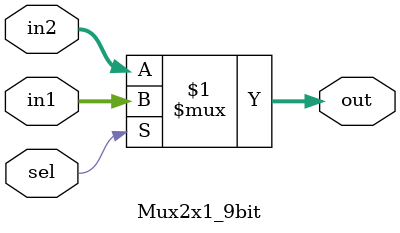
<source format=v>
module Mux2x1_9bit
#(
   parameter WIDTH = 12
)
(
   input    [WIDTH - 1 : 0] in1,
   input    [WIDTH - 1 : 0] in2,
   input                    sel,
   output   [WIDTH - 1 : 0] out
);

   assign out = sel ? in1 : in2;

endmodule
</source>
